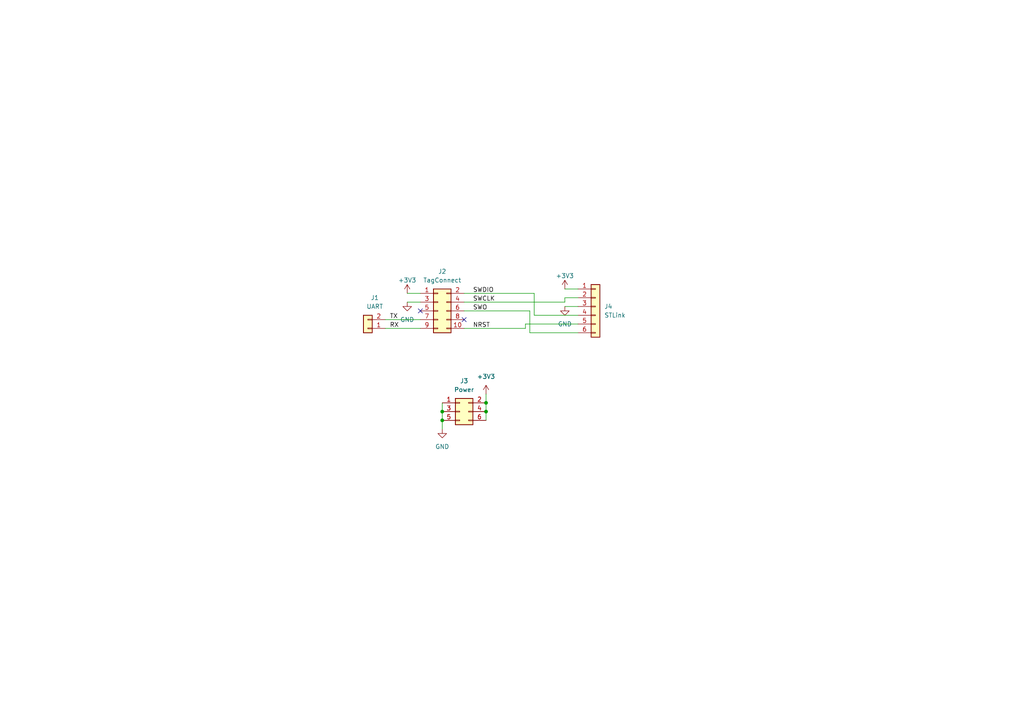
<source format=kicad_sch>
(kicad_sch (version 20210621) (generator eeschema)

  (uuid 9e5f8785-8dcd-4886-ae2e-565e97c3735c)

  (paper "A4")

  (lib_symbols
    (symbol "Connector_Generic:Conn_01x02" (pin_names (offset 1.016) hide) (in_bom yes) (on_board yes)
      (property "Reference" "J" (id 0) (at 0 2.54 0)
        (effects (font (size 1.27 1.27)))
      )
      (property "Value" "Conn_01x02" (id 1) (at 0 -5.08 0)
        (effects (font (size 1.27 1.27)))
      )
      (property "Footprint" "" (id 2) (at 0 0 0)
        (effects (font (size 1.27 1.27)) hide)
      )
      (property "Datasheet" "~" (id 3) (at 0 0 0)
        (effects (font (size 1.27 1.27)) hide)
      )
      (property "ki_keywords" "connector" (id 4) (at 0 0 0)
        (effects (font (size 1.27 1.27)) hide)
      )
      (property "ki_description" "Generic connector, single row, 01x02, script generated (kicad-library-utils/schlib/autogen/connector/)" (id 5) (at 0 0 0)
        (effects (font (size 1.27 1.27)) hide)
      )
      (property "ki_fp_filters" "Connector*:*_1x??_*" (id 6) (at 0 0 0)
        (effects (font (size 1.27 1.27)) hide)
      )
      (symbol "Conn_01x02_1_1"
        (rectangle (start -1.27 -2.413) (end 0 -2.667)
          (stroke (width 0.1524)) (fill (type none))
        )
        (rectangle (start -1.27 0.127) (end 0 -0.127)
          (stroke (width 0.1524)) (fill (type none))
        )
        (rectangle (start -1.27 1.27) (end 1.27 -3.81)
          (stroke (width 0.254)) (fill (type background))
        )
        (pin passive line (at -5.08 0 0) (length 3.81)
          (name "Pin_1" (effects (font (size 1.27 1.27))))
          (number "1" (effects (font (size 1.27 1.27))))
        )
        (pin passive line (at -5.08 -2.54 0) (length 3.81)
          (name "Pin_2" (effects (font (size 1.27 1.27))))
          (number "2" (effects (font (size 1.27 1.27))))
        )
      )
    )
    (symbol "Connector_Generic:Conn_01x06" (pin_names (offset 1.016) hide) (in_bom yes) (on_board yes)
      (property "Reference" "J" (id 0) (at 0 7.62 0)
        (effects (font (size 1.27 1.27)))
      )
      (property "Value" "Conn_01x06" (id 1) (at 0 -10.16 0)
        (effects (font (size 1.27 1.27)))
      )
      (property "Footprint" "" (id 2) (at 0 0 0)
        (effects (font (size 1.27 1.27)) hide)
      )
      (property "Datasheet" "~" (id 3) (at 0 0 0)
        (effects (font (size 1.27 1.27)) hide)
      )
      (property "ki_keywords" "connector" (id 4) (at 0 0 0)
        (effects (font (size 1.27 1.27)) hide)
      )
      (property "ki_description" "Generic connector, single row, 01x06, script generated (kicad-library-utils/schlib/autogen/connector/)" (id 5) (at 0 0 0)
        (effects (font (size 1.27 1.27)) hide)
      )
      (property "ki_fp_filters" "Connector*:*_1x??_*" (id 6) (at 0 0 0)
        (effects (font (size 1.27 1.27)) hide)
      )
      (symbol "Conn_01x06_1_1"
        (rectangle (start -1.27 -7.493) (end 0 -7.747)
          (stroke (width 0.1524)) (fill (type none))
        )
        (rectangle (start -1.27 -4.953) (end 0 -5.207)
          (stroke (width 0.1524)) (fill (type none))
        )
        (rectangle (start -1.27 -2.413) (end 0 -2.667)
          (stroke (width 0.1524)) (fill (type none))
        )
        (rectangle (start -1.27 0.127) (end 0 -0.127)
          (stroke (width 0.1524)) (fill (type none))
        )
        (rectangle (start -1.27 2.667) (end 0 2.413)
          (stroke (width 0.1524)) (fill (type none))
        )
        (rectangle (start -1.27 5.207) (end 0 4.953)
          (stroke (width 0.1524)) (fill (type none))
        )
        (rectangle (start -1.27 6.35) (end 1.27 -8.89)
          (stroke (width 0.254)) (fill (type background))
        )
        (pin passive line (at -5.08 5.08 0) (length 3.81)
          (name "Pin_1" (effects (font (size 1.27 1.27))))
          (number "1" (effects (font (size 1.27 1.27))))
        )
        (pin passive line (at -5.08 2.54 0) (length 3.81)
          (name "Pin_2" (effects (font (size 1.27 1.27))))
          (number "2" (effects (font (size 1.27 1.27))))
        )
        (pin passive line (at -5.08 0 0) (length 3.81)
          (name "Pin_3" (effects (font (size 1.27 1.27))))
          (number "3" (effects (font (size 1.27 1.27))))
        )
        (pin passive line (at -5.08 -2.54 0) (length 3.81)
          (name "Pin_4" (effects (font (size 1.27 1.27))))
          (number "4" (effects (font (size 1.27 1.27))))
        )
        (pin passive line (at -5.08 -5.08 0) (length 3.81)
          (name "Pin_5" (effects (font (size 1.27 1.27))))
          (number "5" (effects (font (size 1.27 1.27))))
        )
        (pin passive line (at -5.08 -7.62 0) (length 3.81)
          (name "Pin_6" (effects (font (size 1.27 1.27))))
          (number "6" (effects (font (size 1.27 1.27))))
        )
      )
    )
    (symbol "Connector_Generic:Conn_02x03_Odd_Even" (pin_names (offset 1.016) hide) (in_bom yes) (on_board yes)
      (property "Reference" "J" (id 0) (at 1.27 5.08 0)
        (effects (font (size 1.27 1.27)))
      )
      (property "Value" "Conn_02x03_Odd_Even" (id 1) (at 1.27 -5.08 0)
        (effects (font (size 1.27 1.27)))
      )
      (property "Footprint" "" (id 2) (at 0 0 0)
        (effects (font (size 1.27 1.27)) hide)
      )
      (property "Datasheet" "~" (id 3) (at 0 0 0)
        (effects (font (size 1.27 1.27)) hide)
      )
      (property "ki_keywords" "connector" (id 4) (at 0 0 0)
        (effects (font (size 1.27 1.27)) hide)
      )
      (property "ki_description" "Generic connector, double row, 02x03, odd/even pin numbering scheme (row 1 odd numbers, row 2 even numbers), script generated (kicad-library-utils/schlib/autogen/connector/)" (id 5) (at 0 0 0)
        (effects (font (size 1.27 1.27)) hide)
      )
      (property "ki_fp_filters" "Connector*:*_2x??_*" (id 6) (at 0 0 0)
        (effects (font (size 1.27 1.27)) hide)
      )
      (symbol "Conn_02x03_Odd_Even_1_1"
        (rectangle (start -1.27 -2.413) (end 0 -2.667)
          (stroke (width 0.1524)) (fill (type none))
        )
        (rectangle (start -1.27 0.127) (end 0 -0.127)
          (stroke (width 0.1524)) (fill (type none))
        )
        (rectangle (start -1.27 2.667) (end 0 2.413)
          (stroke (width 0.1524)) (fill (type none))
        )
        (rectangle (start 3.81 -2.413) (end 2.54 -2.667)
          (stroke (width 0.1524)) (fill (type none))
        )
        (rectangle (start 3.81 0.127) (end 2.54 -0.127)
          (stroke (width 0.1524)) (fill (type none))
        )
        (rectangle (start 3.81 2.667) (end 2.54 2.413)
          (stroke (width 0.1524)) (fill (type none))
        )
        (rectangle (start -1.27 3.81) (end 3.81 -3.81)
          (stroke (width 0.254)) (fill (type background))
        )
        (pin passive line (at -5.08 2.54 0) (length 3.81)
          (name "Pin_1" (effects (font (size 1.27 1.27))))
          (number "1" (effects (font (size 1.27 1.27))))
        )
        (pin passive line (at 7.62 2.54 180) (length 3.81)
          (name "Pin_2" (effects (font (size 1.27 1.27))))
          (number "2" (effects (font (size 1.27 1.27))))
        )
        (pin passive line (at -5.08 0 0) (length 3.81)
          (name "Pin_3" (effects (font (size 1.27 1.27))))
          (number "3" (effects (font (size 1.27 1.27))))
        )
        (pin passive line (at 7.62 0 180) (length 3.81)
          (name "Pin_4" (effects (font (size 1.27 1.27))))
          (number "4" (effects (font (size 1.27 1.27))))
        )
        (pin passive line (at -5.08 -2.54 0) (length 3.81)
          (name "Pin_5" (effects (font (size 1.27 1.27))))
          (number "5" (effects (font (size 1.27 1.27))))
        )
        (pin passive line (at 7.62 -2.54 180) (length 3.81)
          (name "Pin_6" (effects (font (size 1.27 1.27))))
          (number "6" (effects (font (size 1.27 1.27))))
        )
      )
    )
    (symbol "Connector_Generic:Conn_02x05_Odd_Even" (pin_names (offset 1.016) hide) (in_bom yes) (on_board yes)
      (property "Reference" "J" (id 0) (at 1.27 7.62 0)
        (effects (font (size 1.27 1.27)))
      )
      (property "Value" "Conn_02x05_Odd_Even" (id 1) (at 1.27 -7.62 0)
        (effects (font (size 1.27 1.27)))
      )
      (property "Footprint" "" (id 2) (at 0 0 0)
        (effects (font (size 1.27 1.27)) hide)
      )
      (property "Datasheet" "~" (id 3) (at 0 0 0)
        (effects (font (size 1.27 1.27)) hide)
      )
      (property "ki_keywords" "connector" (id 4) (at 0 0 0)
        (effects (font (size 1.27 1.27)) hide)
      )
      (property "ki_description" "Generic connector, double row, 02x05, odd/even pin numbering scheme (row 1 odd numbers, row 2 even numbers), script generated (kicad-library-utils/schlib/autogen/connector/)" (id 5) (at 0 0 0)
        (effects (font (size 1.27 1.27)) hide)
      )
      (property "ki_fp_filters" "Connector*:*_2x??_*" (id 6) (at 0 0 0)
        (effects (font (size 1.27 1.27)) hide)
      )
      (symbol "Conn_02x05_Odd_Even_1_1"
        (rectangle (start -1.27 -4.953) (end 0 -5.207)
          (stroke (width 0.1524)) (fill (type none))
        )
        (rectangle (start -1.27 -2.413) (end 0 -2.667)
          (stroke (width 0.1524)) (fill (type none))
        )
        (rectangle (start -1.27 0.127) (end 0 -0.127)
          (stroke (width 0.1524)) (fill (type none))
        )
        (rectangle (start -1.27 2.667) (end 0 2.413)
          (stroke (width 0.1524)) (fill (type none))
        )
        (rectangle (start -1.27 5.207) (end 0 4.953)
          (stroke (width 0.1524)) (fill (type none))
        )
        (rectangle (start 3.81 -4.953) (end 2.54 -5.207)
          (stroke (width 0.1524)) (fill (type none))
        )
        (rectangle (start 3.81 -2.413) (end 2.54 -2.667)
          (stroke (width 0.1524)) (fill (type none))
        )
        (rectangle (start 3.81 0.127) (end 2.54 -0.127)
          (stroke (width 0.1524)) (fill (type none))
        )
        (rectangle (start 3.81 2.667) (end 2.54 2.413)
          (stroke (width 0.1524)) (fill (type none))
        )
        (rectangle (start 3.81 5.207) (end 2.54 4.953)
          (stroke (width 0.1524)) (fill (type none))
        )
        (rectangle (start -1.27 6.35) (end 3.81 -6.35)
          (stroke (width 0.254)) (fill (type background))
        )
        (pin passive line (at -5.08 5.08 0) (length 3.81)
          (name "Pin_1" (effects (font (size 1.27 1.27))))
          (number "1" (effects (font (size 1.27 1.27))))
        )
        (pin passive line (at 7.62 -5.08 180) (length 3.81)
          (name "Pin_10" (effects (font (size 1.27 1.27))))
          (number "10" (effects (font (size 1.27 1.27))))
        )
        (pin passive line (at 7.62 5.08 180) (length 3.81)
          (name "Pin_2" (effects (font (size 1.27 1.27))))
          (number "2" (effects (font (size 1.27 1.27))))
        )
        (pin passive line (at -5.08 2.54 0) (length 3.81)
          (name "Pin_3" (effects (font (size 1.27 1.27))))
          (number "3" (effects (font (size 1.27 1.27))))
        )
        (pin passive line (at 7.62 2.54 180) (length 3.81)
          (name "Pin_4" (effects (font (size 1.27 1.27))))
          (number "4" (effects (font (size 1.27 1.27))))
        )
        (pin passive line (at -5.08 0 0) (length 3.81)
          (name "Pin_5" (effects (font (size 1.27 1.27))))
          (number "5" (effects (font (size 1.27 1.27))))
        )
        (pin passive line (at 7.62 0 180) (length 3.81)
          (name "Pin_6" (effects (font (size 1.27 1.27))))
          (number "6" (effects (font (size 1.27 1.27))))
        )
        (pin passive line (at -5.08 -2.54 0) (length 3.81)
          (name "Pin_7" (effects (font (size 1.27 1.27))))
          (number "7" (effects (font (size 1.27 1.27))))
        )
        (pin passive line (at 7.62 -2.54 180) (length 3.81)
          (name "Pin_8" (effects (font (size 1.27 1.27))))
          (number "8" (effects (font (size 1.27 1.27))))
        )
        (pin passive line (at -5.08 -5.08 0) (length 3.81)
          (name "Pin_9" (effects (font (size 1.27 1.27))))
          (number "9" (effects (font (size 1.27 1.27))))
        )
      )
    )
    (symbol "power:+3.3V" (power) (pin_names (offset 0)) (in_bom yes) (on_board yes)
      (property "Reference" "#PWR" (id 0) (at 0 -3.81 0)
        (effects (font (size 1.27 1.27)) hide)
      )
      (property "Value" "+3.3V" (id 1) (at 0 3.556 0)
        (effects (font (size 1.27 1.27)))
      )
      (property "Footprint" "" (id 2) (at 0 0 0)
        (effects (font (size 1.27 1.27)) hide)
      )
      (property "Datasheet" "" (id 3) (at 0 0 0)
        (effects (font (size 1.27 1.27)) hide)
      )
      (property "ki_keywords" "power-flag" (id 4) (at 0 0 0)
        (effects (font (size 1.27 1.27)) hide)
      )
      (property "ki_description" "Power symbol creates a global label with name \"+3.3V\"" (id 5) (at 0 0 0)
        (effects (font (size 1.27 1.27)) hide)
      )
      (symbol "+3.3V_0_1"
        (polyline
          (pts
            (xy -0.762 1.27)
            (xy 0 2.54)
          )
          (stroke (width 0)) (fill (type none))
        )
        (polyline
          (pts
            (xy 0 0)
            (xy 0 2.54)
          )
          (stroke (width 0)) (fill (type none))
        )
        (polyline
          (pts
            (xy 0 2.54)
            (xy 0.762 1.27)
          )
          (stroke (width 0)) (fill (type none))
        )
      )
      (symbol "+3.3V_1_1"
        (pin power_in line (at 0 0 90) (length 0) hide
          (name "+3V3" (effects (font (size 1.27 1.27))))
          (number "1" (effects (font (size 1.27 1.27))))
        )
      )
    )
    (symbol "power:GND" (power) (pin_names (offset 0)) (in_bom yes) (on_board yes)
      (property "Reference" "#PWR" (id 0) (at 0 -6.35 0)
        (effects (font (size 1.27 1.27)) hide)
      )
      (property "Value" "GND" (id 1) (at 0 -3.81 0)
        (effects (font (size 1.27 1.27)))
      )
      (property "Footprint" "" (id 2) (at 0 0 0)
        (effects (font (size 1.27 1.27)) hide)
      )
      (property "Datasheet" "" (id 3) (at 0 0 0)
        (effects (font (size 1.27 1.27)) hide)
      )
      (property "ki_keywords" "power-flag" (id 4) (at 0 0 0)
        (effects (font (size 1.27 1.27)) hide)
      )
      (property "ki_description" "Power symbol creates a global label with name \"GND\" , ground" (id 5) (at 0 0 0)
        (effects (font (size 1.27 1.27)) hide)
      )
      (symbol "GND_0_1"
        (polyline
          (pts
            (xy 0 0)
            (xy 0 -1.27)
            (xy 1.27 -1.27)
            (xy 0 -2.54)
            (xy -1.27 -1.27)
            (xy 0 -1.27)
          )
          (stroke (width 0)) (fill (type none))
        )
      )
      (symbol "GND_1_1"
        (pin power_in line (at 0 0 270) (length 0) hide
          (name "GND" (effects (font (size 1.27 1.27))))
          (number "1" (effects (font (size 1.27 1.27))))
        )
      )
    )
  )

  (junction (at 128.27 119.38) (diameter 0) (color 0 0 0 0))
  (junction (at 128.27 121.92) (diameter 0) (color 0 0 0 0))
  (junction (at 140.97 116.84) (diameter 0) (color 0 0 0 0))
  (junction (at 140.97 119.38) (diameter 0) (color 0 0 0 0))

  (no_connect (at 121.92 90.17) (uuid 4d232dcc-8908-41f4-8d1d-e892745c140c))
  (no_connect (at 134.62 92.71) (uuid fe9e85f5-6384-4e28-bcb6-009df2f533b7))

  (wire (pts (xy 111.76 92.71) (xy 121.92 92.71))
    (stroke (width 0) (type default) (color 0 0 0 0))
    (uuid 916d6557-43bd-4c3f-b98b-2c66b366d05e)
  )
  (wire (pts (xy 111.76 95.25) (xy 121.92 95.25))
    (stroke (width 0) (type default) (color 0 0 0 0))
    (uuid 309432e1-6ec1-4d0e-bb88-0486f0f417f2)
  )
  (wire (pts (xy 118.11 85.09) (xy 121.92 85.09))
    (stroke (width 0) (type default) (color 0 0 0 0))
    (uuid 579d3e2f-8c89-4f76-a10f-0a5082a4e292)
  )
  (wire (pts (xy 118.11 87.63) (xy 121.92 87.63))
    (stroke (width 0) (type default) (color 0 0 0 0))
    (uuid 65213240-7c57-4d50-873a-3e4b473ff8fd)
  )
  (wire (pts (xy 128.27 116.84) (xy 128.27 119.38))
    (stroke (width 0) (type default) (color 0 0 0 0))
    (uuid 41c6f03e-4a87-414f-9310-619cbeb1e9b8)
  )
  (wire (pts (xy 128.27 119.38) (xy 128.27 121.92))
    (stroke (width 0) (type default) (color 0 0 0 0))
    (uuid b8aeb10e-7937-46b7-b753-f59090697866)
  )
  (wire (pts (xy 128.27 121.92) (xy 128.27 124.46))
    (stroke (width 0) (type default) (color 0 0 0 0))
    (uuid cb4c2efd-89c6-4ad1-a20a-393baa0a8609)
  )
  (wire (pts (xy 134.62 85.09) (xy 154.94 85.09))
    (stroke (width 0) (type default) (color 0 0 0 0))
    (uuid 8dad25c9-f6ed-4195-8822-b6f39c5aebd3)
  )
  (wire (pts (xy 134.62 87.63) (xy 163.83 87.63))
    (stroke (width 0) (type default) (color 0 0 0 0))
    (uuid 8327cf70-b596-4c72-a35e-b586405838e7)
  )
  (wire (pts (xy 134.62 90.17) (xy 153.67 90.17))
    (stroke (width 0) (type default) (color 0 0 0 0))
    (uuid 2c013488-13de-48c0-9de0-189778746571)
  )
  (wire (pts (xy 134.62 95.25) (xy 152.4 95.25))
    (stroke (width 0) (type default) (color 0 0 0 0))
    (uuid cf6e3964-f961-4613-8cbf-7ec201cc2a05)
  )
  (wire (pts (xy 140.97 114.3) (xy 140.97 116.84))
    (stroke (width 0) (type default) (color 0 0 0 0))
    (uuid 97387bc3-47f1-4567-af9e-198d121ae782)
  )
  (wire (pts (xy 140.97 116.84) (xy 140.97 119.38))
    (stroke (width 0) (type default) (color 0 0 0 0))
    (uuid 4a61a37b-a7b5-498c-91b2-b106f8fa0c24)
  )
  (wire (pts (xy 140.97 119.38) (xy 140.97 121.92))
    (stroke (width 0) (type default) (color 0 0 0 0))
    (uuid dfeb1d6e-068f-42df-a859-f63d94b70ad0)
  )
  (wire (pts (xy 152.4 93.98) (xy 167.64 93.98))
    (stroke (width 0) (type default) (color 0 0 0 0))
    (uuid 5c9909ec-27d2-4b0d-a493-db5d98c65c2b)
  )
  (wire (pts (xy 152.4 95.25) (xy 152.4 93.98))
    (stroke (width 0) (type default) (color 0 0 0 0))
    (uuid 3eace618-07c9-44b1-b1cd-8a88cf4102a2)
  )
  (wire (pts (xy 153.67 90.17) (xy 153.67 96.52))
    (stroke (width 0) (type default) (color 0 0 0 0))
    (uuid ab0b2f1d-edf0-4b5d-b482-5803415fc796)
  )
  (wire (pts (xy 153.67 96.52) (xy 167.64 96.52))
    (stroke (width 0) (type default) (color 0 0 0 0))
    (uuid b8bb1a03-3731-41e6-83b9-a5512fc689c9)
  )
  (wire (pts (xy 154.94 85.09) (xy 154.94 91.44))
    (stroke (width 0) (type default) (color 0 0 0 0))
    (uuid 8dc28e7c-dad1-4d65-8f9b-65441b7e9fa1)
  )
  (wire (pts (xy 154.94 91.44) (xy 167.64 91.44))
    (stroke (width 0) (type default) (color 0 0 0 0))
    (uuid 31e77ddd-b039-4d8a-9348-d7c898db99a2)
  )
  (wire (pts (xy 163.83 83.82) (xy 167.64 83.82))
    (stroke (width 0) (type default) (color 0 0 0 0))
    (uuid d04e02f6-4372-4be1-9251-27bd12512d2e)
  )
  (wire (pts (xy 163.83 86.36) (xy 167.64 86.36))
    (stroke (width 0) (type default) (color 0 0 0 0))
    (uuid 341c9092-5fd8-4991-aed0-41b144590da7)
  )
  (wire (pts (xy 163.83 87.63) (xy 163.83 86.36))
    (stroke (width 0) (type default) (color 0 0 0 0))
    (uuid dc265fe5-a37d-4290-9c5b-84869d201450)
  )
  (wire (pts (xy 163.83 88.9) (xy 167.64 88.9))
    (stroke (width 0) (type default) (color 0 0 0 0))
    (uuid c22a4297-58f6-44d0-8ce6-d30c5aa91676)
  )

  (label "TX" (at 113.03 92.71 0)
    (effects (font (size 1.27 1.27)) (justify left bottom))
    (uuid 2becc7f4-e1b0-42f6-aa12-b4fc5a0dbd53)
  )
  (label "RX" (at 113.03 95.25 0)
    (effects (font (size 1.27 1.27)) (justify left bottom))
    (uuid 7d690380-87ab-4c03-968e-74a5d1f8b98b)
  )
  (label "SWDIO" (at 137.16 85.09 0)
    (effects (font (size 1.27 1.27)) (justify left bottom))
    (uuid 458a9341-a3c0-4044-b426-9aed9d864553)
  )
  (label "SWCLK" (at 137.16 87.63 0)
    (effects (font (size 1.27 1.27)) (justify left bottom))
    (uuid 8796ddce-510c-400f-947e-cba83c23fae5)
  )
  (label "SWO" (at 137.16 90.17 0)
    (effects (font (size 1.27 1.27)) (justify left bottom))
    (uuid 6d2e370e-8fbb-40f2-a1f3-025c438b997c)
  )
  (label "NRST" (at 137.16 95.25 0)
    (effects (font (size 1.27 1.27)) (justify left bottom))
    (uuid 28a72cee-0a4f-41ca-9573-8c5ff230a124)
  )

  (symbol (lib_id "power:+3.3V") (at 118.11 85.09 0) (unit 1)
    (in_bom yes) (on_board yes)
    (uuid 266ac307-60de-4b4d-a128-9886849aabff)
    (property "Reference" "#PWR0106" (id 0) (at 118.11 88.9 0)
      (effects (font (size 1.27 1.27)) hide)
    )
    (property "Value" "+3.3V" (id 1) (at 118.11 81.28 0))
    (property "Footprint" "" (id 2) (at 118.11 85.09 0)
      (effects (font (size 1.27 1.27)) hide)
    )
    (property "Datasheet" "" (id 3) (at 118.11 85.09 0)
      (effects (font (size 1.27 1.27)) hide)
    )
    (pin "1" (uuid 87abf935-1f09-4346-b3da-ae83cb6b33bc))
  )

  (symbol (lib_id "power:+3.3V") (at 140.97 114.3 0) (unit 1)
    (in_bom yes) (on_board yes) (fields_autoplaced)
    (uuid 302b05f7-f585-42e4-896d-4d17908eafca)
    (property "Reference" "#PWR0103" (id 0) (at 140.97 118.11 0)
      (effects (font (size 1.27 1.27)) hide)
    )
    (property "Value" "+3.3V" (id 1) (at 140.97 109.22 0))
    (property "Footprint" "" (id 2) (at 140.97 114.3 0)
      (effects (font (size 1.27 1.27)) hide)
    )
    (property "Datasheet" "" (id 3) (at 140.97 114.3 0)
      (effects (font (size 1.27 1.27)) hide)
    )
    (pin "1" (uuid 12c46677-ae39-4e32-a240-5fd4dd82c75a))
  )

  (symbol (lib_id "power:+3.3V") (at 163.83 83.82 0) (unit 1)
    (in_bom yes) (on_board yes)
    (uuid a0f30c36-7645-4ea8-ab5c-9f77d6b3dec1)
    (property "Reference" "#PWR0105" (id 0) (at 163.83 87.63 0)
      (effects (font (size 1.27 1.27)) hide)
    )
    (property "Value" "+3.3V" (id 1) (at 163.83 80.01 0))
    (property "Footprint" "" (id 2) (at 163.83 83.82 0)
      (effects (font (size 1.27 1.27)) hide)
    )
    (property "Datasheet" "" (id 3) (at 163.83 83.82 0)
      (effects (font (size 1.27 1.27)) hide)
    )
    (pin "1" (uuid 92a184c6-55cd-4edb-9121-18806d2ba029))
  )

  (symbol (lib_id "power:GND") (at 118.11 87.63 0) (unit 1)
    (in_bom yes) (on_board yes) (fields_autoplaced)
    (uuid 32a3ed77-b717-47ae-a057-35eb135c1594)
    (property "Reference" "#PWR0102" (id 0) (at 118.11 93.98 0)
      (effects (font (size 1.27 1.27)) hide)
    )
    (property "Value" "GND" (id 1) (at 118.11 92.71 0))
    (property "Footprint" "" (id 2) (at 118.11 87.63 0)
      (effects (font (size 1.27 1.27)) hide)
    )
    (property "Datasheet" "" (id 3) (at 118.11 87.63 0)
      (effects (font (size 1.27 1.27)) hide)
    )
    (pin "1" (uuid 263213f3-4874-413b-8b89-c1dfbb9e83ce))
  )

  (symbol (lib_id "power:GND") (at 128.27 124.46 0) (unit 1)
    (in_bom yes) (on_board yes) (fields_autoplaced)
    (uuid 2574f394-3bb1-43d6-b472-099667a87788)
    (property "Reference" "#PWR0101" (id 0) (at 128.27 130.81 0)
      (effects (font (size 1.27 1.27)) hide)
    )
    (property "Value" "GND" (id 1) (at 128.27 129.54 0))
    (property "Footprint" "" (id 2) (at 128.27 124.46 0)
      (effects (font (size 1.27 1.27)) hide)
    )
    (property "Datasheet" "" (id 3) (at 128.27 124.46 0)
      (effects (font (size 1.27 1.27)) hide)
    )
    (pin "1" (uuid d354b397-03ec-487f-bc40-783302a3c305))
  )

  (symbol (lib_id "power:GND") (at 163.83 88.9 0) (unit 1)
    (in_bom yes) (on_board yes) (fields_autoplaced)
    (uuid bdf1e78c-6ba4-41d3-be66-a57fee0ec023)
    (property "Reference" "#PWR0104" (id 0) (at 163.83 95.25 0)
      (effects (font (size 1.27 1.27)) hide)
    )
    (property "Value" "GND" (id 1) (at 163.83 93.98 0))
    (property "Footprint" "" (id 2) (at 163.83 88.9 0)
      (effects (font (size 1.27 1.27)) hide)
    )
    (property "Datasheet" "" (id 3) (at 163.83 88.9 0)
      (effects (font (size 1.27 1.27)) hide)
    )
    (pin "1" (uuid 5f2b65f7-39f4-4a9e-800a-7ec58eb2be18))
  )

  (symbol (lib_id "Connector_Generic:Conn_01x02") (at 106.68 95.25 180) (unit 1)
    (in_bom yes) (on_board yes) (fields_autoplaced)
    (uuid 7df10ccf-5efb-4d23-80cc-d866f958c550)
    (property "Reference" "J1" (id 0) (at 108.712 86.36 0))
    (property "Value" "UART" (id 1) (at 108.712 88.9 0))
    (property "Footprint" "Connector_PinHeader_2.54mm:PinHeader_1x02_P2.54mm_Vertical" (id 2) (at 106.68 95.25 0)
      (effects (font (size 1.27 1.27)) hide)
    )
    (property "Datasheet" "~" (id 3) (at 106.68 95.25 0)
      (effects (font (size 1.27 1.27)) hide)
    )
    (pin "1" (uuid 4a7944e1-06b8-4fe4-9279-ccd81323536c))
    (pin "2" (uuid 56a00339-e2fb-46f8-83c2-08f10f106cd6))
  )

  (symbol (lib_id "Connector_Generic:Conn_02x03_Odd_Even") (at 133.35 119.38 0) (unit 1)
    (in_bom yes) (on_board yes) (fields_autoplaced)
    (uuid a82faa7a-2e83-4afc-8072-0f65f09683bb)
    (property "Reference" "J3" (id 0) (at 134.62 110.49 0))
    (property "Value" "Power" (id 1) (at 134.62 113.03 0))
    (property "Footprint" "Connector_PinHeader_2.54mm:PinHeader_2x03_P2.54mm_Vertical" (id 2) (at 133.35 119.38 0)
      (effects (font (size 1.27 1.27)) hide)
    )
    (property "Datasheet" "~" (id 3) (at 133.35 119.38 0)
      (effects (font (size 1.27 1.27)) hide)
    )
    (pin "1" (uuid 60d27a42-f791-49a3-8b66-fbf003786128))
    (pin "2" (uuid 33196634-df9c-43ea-934c-8c8be53c6ab0))
    (pin "3" (uuid 384cfe94-7c26-4c8c-8e47-3098e59ea4aa))
    (pin "4" (uuid 0cafbe8b-7d3c-47ff-aaad-c30b26314981))
    (pin "5" (uuid 214f2035-c1df-4b86-b852-990daabb457e))
    (pin "6" (uuid e5a12dec-2bcd-49d5-80ce-a773b3c1d117))
  )

  (symbol (lib_id "Connector_Generic:Conn_01x06") (at 172.72 88.9 0) (unit 1)
    (in_bom yes) (on_board yes) (fields_autoplaced)
    (uuid 16d171d4-5729-4d1b-af82-9417407abf6a)
    (property "Reference" "J4" (id 0) (at 175.26 88.8999 0)
      (effects (font (size 1.27 1.27)) (justify left))
    )
    (property "Value" "STLink" (id 1) (at 175.26 91.4399 0)
      (effects (font (size 1.27 1.27)) (justify left))
    )
    (property "Footprint" "Connector_PinHeader_2.54mm:PinHeader_1x06_P2.54mm_Vertical" (id 2) (at 172.72 88.9 0)
      (effects (font (size 1.27 1.27)) hide)
    )
    (property "Datasheet" "~" (id 3) (at 172.72 88.9 0)
      (effects (font (size 1.27 1.27)) hide)
    )
    (pin "1" (uuid bb3d5ece-4592-4055-84b3-a52eb6bf4a68))
    (pin "2" (uuid 7889a3f5-7f6f-42b0-9147-a4b877883077))
    (pin "3" (uuid 01cab05f-88cb-4eac-9c25-a258939983f1))
    (pin "4" (uuid 1a5304f7-f628-405a-b08c-6ac9d07c96cf))
    (pin "5" (uuid 3a261e7c-62e5-4ba1-9fa8-7175b22cfc0b))
    (pin "6" (uuid 98a7b52b-9a61-482d-96f1-315db4f0f81a))
  )

  (symbol (lib_id "Connector_Generic:Conn_02x05_Odd_Even") (at 127 90.17 0) (unit 1)
    (in_bom yes) (on_board yes) (fields_autoplaced)
    (uuid edf310ee-b375-4116-b702-5bdeb90f41f0)
    (property "Reference" "J2" (id 0) (at 128.27 78.74 0))
    (property "Value" "TagConnect" (id 1) (at 128.27 81.28 0))
    (property "Footprint" "Connector_PinHeader_2.54mm:PinHeader_2x05_P2.54mm_Vertical" (id 2) (at 127 90.17 0)
      (effects (font (size 1.27 1.27)) hide)
    )
    (property "Datasheet" "~" (id 3) (at 127 90.17 0)
      (effects (font (size 1.27 1.27)) hide)
    )
    (pin "1" (uuid db93008e-11d2-4760-80bd-502d65ade781))
    (pin "10" (uuid f55a3484-0289-45e4-814b-106735385a01))
    (pin "2" (uuid 60fa3ac9-70cf-472b-a03b-671a54495431))
    (pin "3" (uuid 41d454b0-4f08-472d-8ec0-bcda97e9e83e))
    (pin "4" (uuid 0b83c5af-058e-4957-88ed-78273a3aab7d))
    (pin "5" (uuid 108fe0da-262e-477a-8ef2-c80cd818606f))
    (pin "6" (uuid f55a6377-6a98-4b95-9896-45157f01f1bb))
    (pin "7" (uuid b8e7772e-366a-40ec-ac0c-17b3e5c46fd4))
    (pin "8" (uuid ed78e3c7-d5e7-4ded-9289-89d9e464452e))
    (pin "9" (uuid 86cc0883-7447-4b8e-a577-901970e44b50))
  )

  (sheet_instances
    (path "/" (page "1"))
  )

  (symbol_instances
    (path "/2574f394-3bb1-43d6-b472-099667a87788"
      (reference "#PWR0101") (unit 1) (value "GND") (footprint "")
    )
    (path "/32a3ed77-b717-47ae-a057-35eb135c1594"
      (reference "#PWR0102") (unit 1) (value "GND") (footprint "")
    )
    (path "/302b05f7-f585-42e4-896d-4d17908eafca"
      (reference "#PWR0103") (unit 1) (value "+3.3V") (footprint "")
    )
    (path "/bdf1e78c-6ba4-41d3-be66-a57fee0ec023"
      (reference "#PWR0104") (unit 1) (value "GND") (footprint "")
    )
    (path "/a0f30c36-7645-4ea8-ab5c-9f77d6b3dec1"
      (reference "#PWR0105") (unit 1) (value "+3.3V") (footprint "")
    )
    (path "/266ac307-60de-4b4d-a128-9886849aabff"
      (reference "#PWR0106") (unit 1) (value "+3.3V") (footprint "")
    )
    (path "/7df10ccf-5efb-4d23-80cc-d866f958c550"
      (reference "J1") (unit 1) (value "UART") (footprint "Connector_PinHeader_2.54mm:PinHeader_1x02_P2.54mm_Vertical")
    )
    (path "/edf310ee-b375-4116-b702-5bdeb90f41f0"
      (reference "J2") (unit 1) (value "TagConnect") (footprint "Connector_PinHeader_2.54mm:PinHeader_2x05_P2.54mm_Vertical")
    )
    (path "/a82faa7a-2e83-4afc-8072-0f65f09683bb"
      (reference "J3") (unit 1) (value "Power") (footprint "Connector_PinHeader_2.54mm:PinHeader_2x03_P2.54mm_Vertical")
    )
    (path "/16d171d4-5729-4d1b-af82-9417407abf6a"
      (reference "J4") (unit 1) (value "STLink") (footprint "Connector_PinHeader_2.54mm:PinHeader_1x06_P2.54mm_Vertical")
    )
  )
)

</source>
